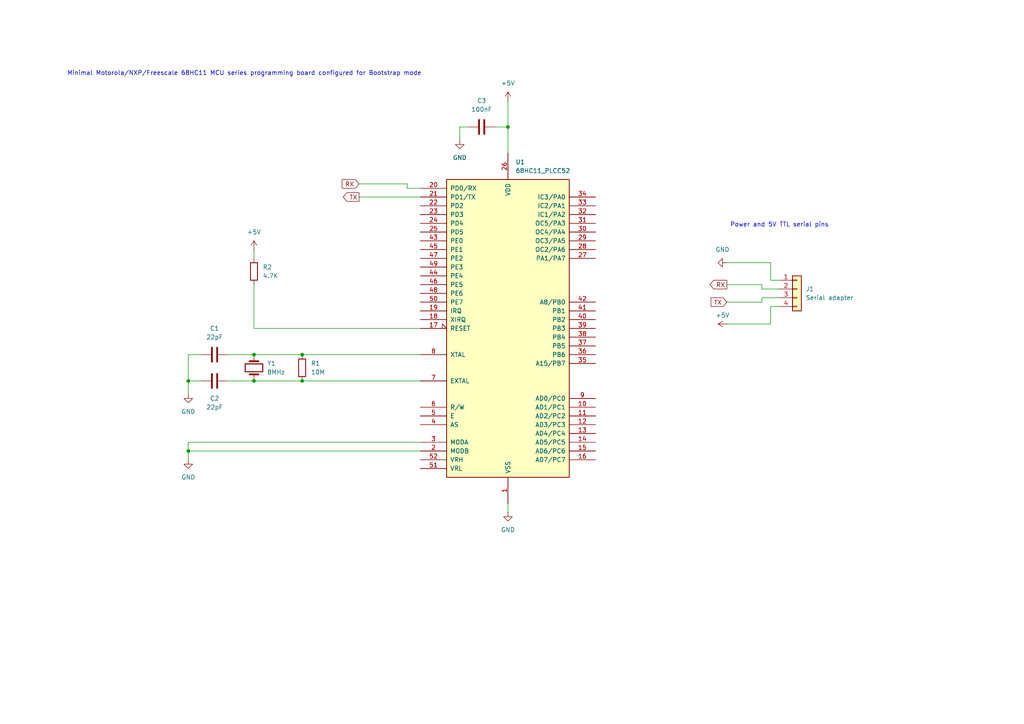
<source format=kicad_sch>
(kicad_sch (version 20231120) (generator "eeschema") (generator_version "8.0")
  (paper "A4")
  (title_block (rev "20240817"))
  (lib_symbols
    (symbol "Connector_Generic:Conn_01x04" (pin_names (offset 1.016) hide)
      (property "Reference" "J" (at 0 5.08 0))
      (property "Value" "Conn_01x04" (at 0 -7.62 0))
      (symbol "Conn_01x04_1_1"
        (rectangle (start -1.27 -4.953) (end 0 -5.207) (stroke (width 0.1524)))
        (rectangle (start -1.27 -2.413) (end 0 -2.667) (stroke (width 0.1524)))
        (rectangle (start -1.27 0.127) (end 0 -0.127) (stroke (width 0.1524)))
        (rectangle (start -1.27 2.667) (end 0 2.413) (stroke (width 0.1524)))
        (rectangle (start -1.27 3.81) (end 1.27 -6.35) (stroke (width 0.254)) (fill (type background)))
        (pin passive line (at -5.08 2.54 0) (length 3.81) (name "Pin_1") (number "1"))
        (pin passive line (at -5.08 0 0) (length 3.81) (name "Pin_2") (number "2"))
        (pin passive line (at -5.08 -2.54 0) (length 3.81) (name "Pin_3") (number "3"))
        (pin passive line (at -5.08 -5.08 0) (length 3.81) (name "Pin_4") (number "4"))
      )
    )
    (symbol "Device:C" (pin_numbers hide) (pin_names (offset 0.254))
      (property "Reference" "C" (at 0.635 2.54 0))
      (property "Value" "C" (at 0.635 -2.54 0))
      (symbol "C_0_1"
        (polyline (pts (xy -2.032 -0.762) (xy 2.032 -0.762)) (stroke (width 0.508)))
        (polyline (pts (xy -2.032 0.762) (xy 2.032 0.762)) (stroke (width 0.508)))
      )
      (symbol "C_1_1"
        (pin passive line (at 0 3.81 270) (length 2.794) (name "~") (number "1"))
        (pin passive line (at 0 -3.81 90) (length 2.794) (name "~") (number "2"))
      )
    )
    (symbol "Device:Crystal" (pin_numbers hide) (pin_names (offset 1.016) hide)
      (property "Reference" "Y" (at 0 3.81 0))
      (property "Value" "Crystal" (at 0 -3.81 0))
      (symbol "Crystal_0_1"
        (rectangle (start -1.143 2.54) (end 1.143 -2.54) (stroke (width 0.3048)))
        (polyline (pts (xy -2.54 0) (xy -1.905 0)))
        (polyline (pts (xy -1.905 -1.27) (xy -1.905 1.27)) (stroke (width 0.508)))
        (polyline (pts (xy 1.905 -1.27) (xy 1.905 1.27)) (stroke (width 0.508)))
        (polyline (pts (xy 2.54 0) (xy 1.905 0)))
      )
      (symbol "Crystal_1_1"
        (pin passive line (at -3.81 0 0) (length 1.27) (name "1") (number "1"))
        (pin passive line (at 3.81 0 180) (length 1.27) (name "2") (number "2"))
      )
    )
    (symbol "Device:R" (pin_numbers hide) (pin_names (offset 0))
      (property "Reference" "R" (at 2.032 0 90))
      (property "Value" "R" (at 0 0 90))
      (symbol "R_0_1"
        (rectangle (start -1.016 -2.54) (end 1.016 2.54) (stroke (width 0.254)))
      )
      (symbol "R_1_1"
        (pin passive line (at 0 3.81 270) (length 1.27) (name "~") (number "1"))
        (pin passive line (at 0 -3.81 90) (length 1.27) (name "~") (number "2"))
      )
    )
    (symbol "MCU_NXP_HC11:68HC11_PLCC" (pin_names (offset 1.016))
      (property "Reference" "U" (at 7.62 45.72 0))
      (property "Value" "68HC11_PLCC" (at 12.7 -46.99 0))
      (symbol "68HC11_PLCC_0_1"
        (rectangle (start -17.78 -43.18) (end 17.78 43.18) (stroke (width 0.254)) (fill (type background)))
      )
      (symbol "68HC11_PLCC_1_1"
        (pin power_in line (at 0 -50.8 90) (length 7.62) (name "VSS") (number "1"))
        (pin tri_state line (at 25.4 -22.86 180) (length 7.62) (name "AD1/PC1") (number "10"))
        (pin tri_state line (at 25.4 -25.4 180) (length 7.62) (name "AD2/PC2") (number "11"))
        (pin tri_state line (at 25.4 -27.94 180) (length 7.62) (name "AD3/PC3") (number "12"))
        (pin tri_state line (at 25.4 -30.48 180) (length 7.62) (name "AD4/PC4") (number "13"))
        (pin tri_state line (at 25.4 -33.02 180) (length 7.62) (name "AD5/PC5") (number "14"))
        (pin tri_state line (at 25.4 -35.56 180) (length 7.62) (name "AD6/PC6") (number "15"))
        (pin tri_state line (at 25.4 -38.1 180) (length 7.62) (name "AD7/PC7") (number "16"))
        (pin input input_low (at -25.4 0 0) (length 7.62) (name "RESET") (number "17"))
        (pin input line (at -25.4 2.54 0) (length 7.62) (name "XIRQ") (number "18"))
        (pin input line (at -25.4 5.08 0) (length 7.62) (name "IRQ") (number "19"))
        (pin input line (at -25.4 -35.56 0) (length 7.62) (name "MODB") (number "2"))
        (pin bidirectional line (at -25.4 40.64 0) (length 7.62) (name "PD0/RX") (number "20"))
        (pin bidirectional line (at -25.4 38.1 0) (length 7.62) (name "PD1/TX") (number "21"))
        (pin bidirectional line (at -25.4 35.56 0) (length 7.62) (name "PD2") (number "22"))
        (pin input line (at -25.4 33.02 0) (length 7.62) (name "PD3") (number "23"))
        (pin bidirectional line (at -25.4 30.48 0) (length 7.62) (name "PD4") (number "24"))
        (pin bidirectional line (at -25.4 27.94 0) (length 7.62) (name "PD5") (number "25"))
        (pin power_in line (at 0 50.8 270) (length 7.62) (name "VDD") (number "26"))
        (pin input line (at 25.4 20.32 180) (length 7.62) (name "PA1/PA7") (number "27"))
        (pin output line (at 25.4 22.86 180) (length 7.62) (name "OC2/PA6") (number "28"))
        (pin output line (at 25.4 25.4 180) (length 7.62) (name "OC3/PA5") (number "29"))
        (pin input line (at -25.4 -33.02 0) (length 7.62) (name "MODA") (number "3"))
        (pin output line (at 25.4 27.94 180) (length 7.62) (name "OC4/PA4") (number "30"))
        (pin output line (at 25.4 30.48 180) (length 7.62) (name "OC5/PA3") (number "31"))
        (pin input line (at 25.4 33.02 180) (length 7.62) (name "IC1/PA2") (number "32"))
        (pin input line (at 25.4 35.56 180) (length 7.62) (name "IC2/PA1") (number "33"))
        (pin input line (at 25.4 38.1 180) (length 7.62) (name "IC3/PA0") (number "34"))
        (pin output line (at 25.4 -10.16 180) (length 7.62) (name "A15/PB7") (number "35"))
        (pin output line (at 25.4 -7.62 180) (length 7.62) (name "PB6") (number "36"))
        (pin output line (at 25.4 -5.08 180) (length 7.62) (name "PB5") (number "37"))
        (pin output line (at 25.4 -2.54 180) (length 7.62) (name "PB4") (number "38"))
        (pin output line (at 25.4 0 180) (length 7.62) (name "PB3") (number "39"))
        (pin output line (at -25.4 -27.94 0) (length 7.62) (name "AS") (number "4"))
        (pin output line (at 25.4 2.54 180) (length 7.62) (name "PB2") (number "40"))
        (pin output line (at 25.4 5.08 180) (length 7.62) (name "PB1") (number "41"))
        (pin output line (at 25.4 7.62 180) (length 7.62) (name "A8/PB0") (number "42"))
        (pin input line (at -25.4 25.4 0) (length 7.62) (name "PE0") (number "43"))
        (pin input line (at -25.4 15.24 0) (length 7.62) (name "PE4") (number "44"))
        (pin input line (at -25.4 22.86 0) (length 7.62) (name "PE1") (number "45"))
        (pin input line (at -25.4 12.7 0) (length 7.62) (name "PE5") (number "46"))
        (pin input line (at -25.4 20.32 0) (length 7.62) (name "PE2") (number "47"))
        (pin input line (at -25.4 10.16 0) (length 7.62) (name "PE6") (number "48"))
        (pin input line (at -25.4 17.78 0) (length 7.62) (name "PE3") (number "49"))
        (pin output line (at -25.4 -25.4 0) (length 7.62) (name "E") (number "5"))
        (pin input line (at -25.4 7.62 0) (length 7.62) (name "PE7") (number "50"))
        (pin passive line (at -25.4 -40.64 0) (length 7.62) (name "VRL") (number "51"))
        (pin passive line (at -25.4 -38.1 0) (length 7.62) (name "VRH") (number "52"))
        (pin output line (at -25.4 -22.86 0) (length 7.62) (name "R/W") (number "6"))
        (pin input line (at -25.4 -15.24 0) (length 7.62) (name "EXTAL") (number "7"))
        (pin output line (at -25.4 -7.62 0) (length 7.62) (name "XTAL") (number "8"))
        (pin tri_state line (at 25.4 -20.32 180) (length 7.62) (name "AD0/PC0") (number "9"))
      )
    )
    (symbol "power:+5V" (power) (pin_numbers hide) (pin_names (offset 0) hide)
      (property "Value" "+5V" (at 0 3.556 0))
      (symbol "+5V_0_1"
        (polyline (pts (xy -0.762 1.27) (xy 0 2.54)))
        (polyline (pts (xy 0 0) (xy 0 2.54)))
        (polyline (pts (xy 0 2.54) (xy 0.762 1.27)))
      )
      (symbol "+5V_1_1"
        (pin power_in line (at 0 0 90) (length 0) (name "~") (number "1"))
      )
    )
    (symbol "power:GND" (power) (pin_numbers hide) (pin_names (offset 0) hide)
      (property "Value" "GND" (at 0 -3.81 0))
      (symbol "GND_0_1"
        (polyline (pts (xy 0 0) (xy 0 -1.27) (xy 1.27 -1.27) (xy 0 -2.54) (xy -1.27 -1.27) (xy 0 -1.27)))
      )
      (symbol "GND_1_1"
        (pin power_in line (at 0 0 270) (length 0) (name "~") (number "1"))
      )
    )
  )
  (junction (at 54.61 110.49))
  (junction (at 147.32 36.83))
  (junction (at 54.61 130.81))
  (junction (at 87.63 110.49))
  (junction (at 73.66 102.87))
  (junction (at 87.63 102.87))
  (junction (at 73.66 110.49))
  (wire (pts (xy 121.92 95.25) (xy 73.66 95.25)))
  (wire (pts (xy 223.52 81.28) (xy 223.52 76.2)))
  (wire (pts (xy 54.61 128.27) (xy 121.92 128.27)))
  (wire (pts (xy 226.06 88.9) (xy 223.52 88.9)))
  (wire (pts (xy 54.61 130.81) (xy 54.61 133.35)))
  (wire (pts (xy 135.89 36.83) (xy 133.35 36.83)))
  (wire (pts (xy 73.66 82.55) (xy 73.66 95.25)))
  (wire (pts (xy 220.98 87.63) (xy 210.82 87.63)))
  (wire (pts (xy 223.52 88.9) (xy 223.52 93.98)))
  (wire (pts (xy 133.35 36.83) (xy 133.35 40.64)))
  (wire (pts (xy 118.11 53.34) (xy 104.14 53.34)))
  (wire (pts (xy 118.11 54.61) (xy 118.11 53.34)))
  (wire (pts (xy 66.04 102.87) (xy 73.66 102.87)))
  (wire (pts (xy 226.06 86.36) (xy 220.98 86.36)))
  (wire (pts (xy 223.52 93.98) (xy 210.82 93.98)))
  (wire (pts (xy 87.63 102.87) (xy 121.92 102.87)))
  (wire (pts (xy 220.98 83.82) (xy 220.98 82.55)))
  (wire (pts (xy 143.51 36.83) (xy 147.32 36.83)))
  (wire (pts (xy 66.04 110.49) (xy 73.66 110.49)))
  (wire (pts (xy 226.06 83.82) (xy 220.98 83.82)))
  (wire (pts (xy 220.98 82.55) (xy 210.82 82.55)))
  (wire (pts (xy 58.42 102.87) (xy 54.61 102.87)))
  (wire (pts (xy 73.66 102.87) (xy 87.63 102.87)))
  (wire (pts (xy 73.66 110.49) (xy 87.63 110.49)))
  (wire (pts (xy 104.14 57.15) (xy 121.92 57.15)))
  (wire (pts (xy 147.32 146.05) (xy 147.32 148.59)))
  (wire (pts (xy 147.32 36.83) (xy 147.32 44.45)))
  (wire (pts (xy 54.61 130.81) (xy 121.92 130.81)))
  (wire (pts (xy 223.52 76.2) (xy 210.82 76.2)))
  (wire (pts (xy 121.92 54.61) (xy 118.11 54.61)))
  (wire (pts (xy 54.61 110.49) (xy 54.61 114.3)))
  (wire (pts (xy 58.42 110.49) (xy 54.61 110.49)))
  (wire (pts (xy 87.63 110.49) (xy 121.92 110.49)))
  (wire (pts (xy 54.61 102.87) (xy 54.61 110.49)))
  (wire (pts (xy 226.06 81.28) (xy 223.52 81.28)))
  (wire (pts (xy 147.32 29.21) (xy 147.32 36.83)))
  (wire (pts (xy 73.66 72.39) (xy 73.66 74.93)))
  (wire (pts (xy 54.61 128.27) (xy 54.61 130.81)))
  (wire (pts (xy 220.98 86.36) (xy 220.98 87.63)))
  (text "Power and 5V TTL serial pins" (at 226.06 65.278 0) (effects (font (size 1.27 1.27))))
  (text "Minimal Motorola/NXP/Freescale 68HC11 MCU series programming board configured for Bootstrap mode" (at 70.866 21.336 0) (effects (font (size 1.27 1.27))))
  (global_label "RX" (shape output) (at 210.82 82.55 180) (property "Intersheetrefs" "${INTERSHEET_REFS}" (effects (hide yes))))
  (global_label "TX" (shape input) (at 210.82 87.63 180) (property "Intersheetrefs" "${INTERSHEET_REFS}" (effects (hide yes))))
  (global_label "TX" (shape output) (at 104.14 57.15 180) (property "Intersheetrefs" "${INTERSHEET_REFS}" (effects (hide yes))))
  (global_label "RX" (shape input) (at 104.14 53.34 180) (property "Intersheetrefs" "${INTERSHEET_REFS}" (effects (hide yes))))
  (symbol (lib_id "Connector_Generic:Conn_01x04") (at 231.14 83.82 0) (unit 1)
    (property "Reference" "J1" (at 233.68 83.8199 0) (effects (justify left)))
    (property "Value" "Serial adapter" (at 233.68 86.3599 0) (effects (justify left)))
    (property "Footprint" "Connector_PinHeader_2.54mm:PinHeader_1x04_P2.54mm_Vertical" (effects (hide yes)))
    (property "Description" "Generic connector, single row, 01x04, script generated (kicad-library-utils/schlib/autogen/connector/)" (effects (hide yes)))
  )
  (symbol (lib_id "power:GND") (at 210.82 76.2 270) (unit 1)
    (property "Reference" "#PWR08" (effects (hide yes)))
    (property "Value" "GND" (at 209.55 72.39 90))
    (property "Description" "Power symbol creates a global label with name \"GND\" , ground" (effects (hide yes)))
  )
  (symbol (lib_id "MCU_NXP_HC11:68HC11_PLCC") (at 147.32 95.25 0) (unit 1)
    (property "Reference" "U1" (at 149.5141 46.99 0) (effects (justify left)))
    (property "Value" "68HC11_PLCC52" (at 149.5141 49.53 0) (effects (justify left)))
    (property "Footprint" "Package_LCC:PLCC-52_THT-Socket" (effects (hide yes)))
    (property "Description" "HC11 Microcontroller, PLCC-52" (effects (hide yes)))
  )
  (symbol (lib_id "power:+5V") (at 210.82 93.98 90) (unit 1)
    (property "Reference" "#PWR04" (effects (hide yes)))
    (property "Value" "+5V" (at 209.55 91.44 90))
    (property "Description" "Power symbol creates a global label with name \"+5V\"" (effects (hide yes)))
  )
  (symbol (lib_id "power:GND") (at 54.61 114.3 0) (unit 1)
    (property "Reference" "#PWR07" (effects (hide yes)))
    (property "Value" "GND" (at 54.61 119.38 0))
    (property "Description" "Power symbol creates a global label with name \"GND\" , ground" (effects (hide yes)))
  )
  (symbol (lib_id "power:GND") (at 54.61 133.35 0) (unit 1)
    (property "Reference" "#PWR05" (effects (hide yes)))
    (property "Value" "GND" (at 54.61 138.43 0))
    (property "Description" "Power symbol creates a global label with name \"GND\" , ground" (effects (hide yes)))
  )
  (symbol (lib_id "Device:Crystal") (at 73.66 106.68 90) (unit 1)
    (property "Reference" "Y1" (at 77.47 105.4099 90) (effects (justify right)))
    (property "Value" "8MHz" (at 77.47 107.9499 90) (effects (justify right)))
    (property "Footprint" "Crystal:Crystal_HC49-4H_Vertical" (effects (hide yes)))
    (property "Description" "Two pin crystal" (effects (hide yes)))
  )
  (symbol (lib_id "power:+5V") (at 73.66 72.39 0) (unit 1)
    (property "Reference" "#PWR03" (effects (hide yes)))
    (property "Value" "+5V" (at 73.66 67.31 0))
    (property "Description" "Power symbol creates a global label with name \"+5V\"" (effects (hide yes)))
  )
  (symbol (lib_id "Device:C") (at 62.23 110.49 90) (unit 1)
    (property "Reference" "C2" (at 62.23 115.57 90))
    (property "Value" "22pF" (at 62.23 118.11 90))
    (property "Footprint" "Capacitor_SMD:C_0805_2012Metric_Pad1.18x1.45mm_HandSolder" (effects (hide yes)))
    (property "Description" "Unpolarized capacitor" (effects (hide yes)))
  )
  (symbol (lib_id "power:GND") (at 133.35 40.64 0) (unit 1)
    (property "Reference" "#PWR01" (effects (hide yes)))
    (property "Value" "GND" (at 133.35 45.72 0))
    (property "Description" "Power symbol creates a global label with name \"GND\" , ground" (effects (hide yes)))
  )
  (symbol (lib_id "Device:C") (at 139.7 36.83 90) (unit 1)
    (property "Reference" "C3" (at 139.7 29.21 90))
    (property "Value" "100nF" (at 139.7 31.75 90))
    (property "Footprint" "Capacitor_SMD:C_0805_2012Metric_Pad1.18x1.45mm_HandSolder" (effects (hide yes)))
    (property "Description" "Unpolarized capacitor" (effects (hide yes)))
  )
  (symbol (lib_id "Device:R") (at 87.63 106.68 0) (unit 1)
    (property "Reference" "R1" (at 90.17 105.4099 0) (effects (justify left)))
    (property "Value" "10M" (at 90.17 107.9499 0) (effects (justify left)))
    (property "Footprint" "Resistor_SMD:R_0805_2012Metric_Pad1.20x1.40mm_HandSolder" (effects (hide yes)))
    (property "Description" "Resistor" (effects (hide yes)))
  )
  (symbol (lib_id "power:GND") (at 147.32 148.59 0) (unit 1)
    (property "Reference" "#PWR06" (effects (hide yes)))
    (property "Value" "GND" (at 147.32 153.67 0))
    (property "Description" "Power symbol creates a global label with name \"GND\" , ground" (effects (hide yes)))
  )
  (symbol (lib_id "power:+5V") (at 147.32 29.21 0) (unit 1)
    (property "Reference" "#PWR02" (effects (hide yes)))
    (property "Value" "+5V" (at 147.32 24.13 0))
    (property "Description" "Power symbol creates a global label with name \"+5V\"" (effects (hide yes)))
  )
  (symbol (lib_id "Device:R") (at 73.66 78.74 180) (unit 1)
    (property "Reference" "R2" (at 76.2 77.4699 0) (effects (justify right)))
    (property "Value" "4.7K" (at 76.2 80.0099 0) (effects (justify right)))
    (property "Footprint" "Resistor_SMD:R_0805_2012Metric_Pad1.20x1.40mm_HandSolder" (effects (hide yes)))
    (property "Description" "Resistor" (effects (hide yes)))
  )
  (symbol (lib_id "Device:C") (at 62.23 102.87 90) (unit 1)
    (property "Reference" "C1" (at 62.23 95.25 90))
    (property "Value" "22pF" (at 62.23 97.79 90))
    (property "Footprint" "Capacitor_SMD:C_0805_2012Metric_Pad1.18x1.45mm_HandSolder" (effects (hide yes)))
    (property "Description" "Unpolarized capacitor" (effects (hide yes)))
  )
)
</source>
